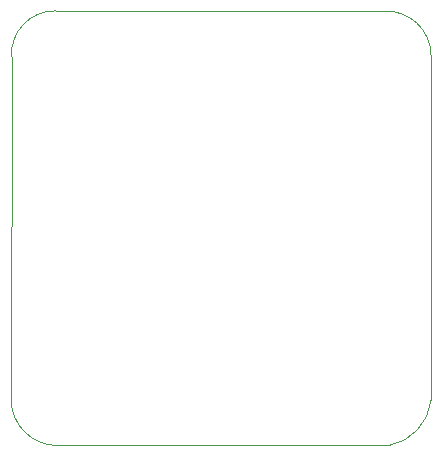
<source format=gbr>
%TF.GenerationSoftware,KiCad,Pcbnew,(6.0.8)*%
%TF.CreationDate,2022-10-13T10:33:28+07:00*%
%TF.ProjectId,1_trial,315f7472-6961-46c2-9e6b-696361645f70,rev?*%
%TF.SameCoordinates,Original*%
%TF.FileFunction,Profile,NP*%
%FSLAX46Y46*%
G04 Gerber Fmt 4.6, Leading zero omitted, Abs format (unit mm)*
G04 Created by KiCad (PCBNEW (6.0.8)) date 2022-10-13 10:33:28*
%MOMM*%
%LPD*%
G01*
G04 APERTURE LIST*
%TA.AperFunction,Profile*%
%ADD10C,0.100000*%
%TD*%
G04 APERTURE END LIST*
D10*
X92058000Y-29006800D02*
X92025000Y-57975000D01*
X127575000Y-28825000D02*
G75*
G03*
X123686106Y-25124719I-3769235J-67661D01*
G01*
X124025000Y-61899999D02*
G75*
G03*
X127575000Y-58075000I-798006J4300518D01*
G01*
X95800000Y-25099999D02*
G75*
G03*
X92058000Y-29006800I-68222J-3680132D01*
G01*
X92024999Y-57975000D02*
G75*
G03*
X96025000Y-61900000I3916115J-9772D01*
G01*
X96025000Y-61900000D02*
X124025000Y-61900000D01*
X127575000Y-58075000D02*
X127575000Y-28825000D01*
X123686106Y-25124719D02*
X95800000Y-25100000D01*
M02*

</source>
